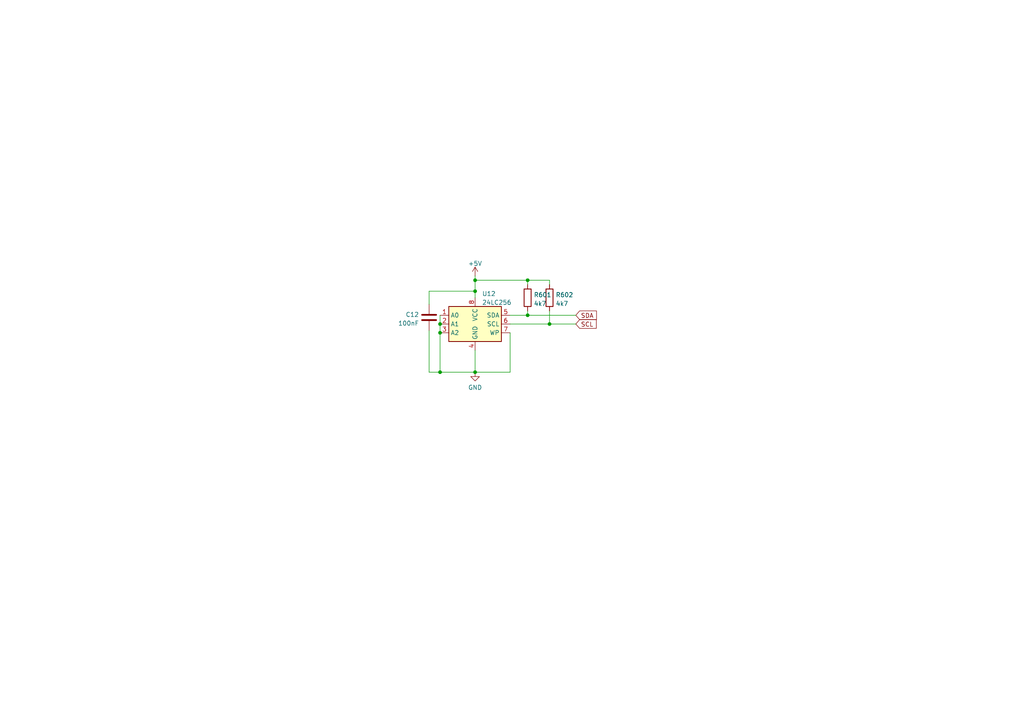
<source format=kicad_sch>
(kicad_sch (version 20211123) (generator eeschema)
  (paper "A4")
  (lib_symbols
    (symbol "Device:C" (pin_numbers hide) (pin_names (offset 0.254))
      (property "Reference" "C" (at 0.635 2.54 0))
      (property "Value" "C" (at 0.635 -2.54 0))
      (symbol "C_0_1"
        (polyline (pts (xy -2.032 -0.762) (xy 2.032 -0.762)) (stroke (width 0.508)))
        (polyline (pts (xy -2.032 0.762) (xy 2.032 0.762)) (stroke (width 0.508)))
      )
      (symbol "C_1_1"
        (pin passive line (at 0 3.81 270) (length 2.794) (name "~") (number "1"))
        (pin passive line (at 0 -3.81 90) (length 2.794) (name "~") (number "2"))
      )
    )
    (symbol "Device:R" (pin_numbers hide) (pin_names (offset 0))
      (property "Reference" "R" (at 2.032 0 90))
      (property "Value" "R" (at 0 0 90))
      (symbol "R_0_1"
        (rectangle (start -1.016 -2.54) (end 1.016 2.54) (stroke (width 0.254)))
      )
      (symbol "R_1_1"
        (pin passive line (at 0 3.81 270) (length 1.27) (name "~") (number "1"))
        (pin passive line (at 0 -3.81 90) (length 1.27) (name "~") (number "2"))
      )
    )
    (symbol "Memory_EEPROM:24LC256"
      (property "Reference" "U" (at -6.35 6.35 0))
      (property "Value" "24LC256" (at 1.27 6.35 0))
      (symbol "24LC256_1_1"
        (rectangle (start -7.62 5.08) (end 7.62 -5.08) (stroke (width 0.254)) (fill (type background)))
        (pin input line (at -10.16 2.54 0) (length 2.54) (name "A0") (number "1"))
        (pin input line (at -10.16 0 0) (length 2.54) (name "A1") (number "2"))
        (pin input line (at -10.16 -2.54 0) (length 2.54) (name "A2") (number "3"))
        (pin power_in line (at 0 -7.62 90) (length 2.54) (name "GND") (number "4"))
        (pin bidirectional line (at 10.16 2.54 180) (length 2.54) (name "SDA") (number "5"))
        (pin input line (at 10.16 0 180) (length 2.54) (name "SCL") (number "6"))
        (pin input line (at 10.16 -2.54 180) (length 2.54) (name "WP") (number "7"))
        (pin power_in line (at 0 7.62 270) (length 2.54) (name "VCC") (number "8"))
      )
    )
    (symbol "power:+5V" (power) (pin_names (offset 0))
      (property "Value" "+5V" (at 0 3.556 0))
      (symbol "+5V_0_1"
        (polyline (pts (xy -0.762 1.27) (xy 0 2.54)))
        (polyline (pts (xy 0 0) (xy 0 2.54)))
        (polyline (pts (xy 0 2.54) (xy 0.762 1.27)))
      )
      (symbol "+5V_1_1"
        (pin power_in line (at 0 0 90) (length 0) hide (name "+5V") (number "1"))
      )
    )
    (symbol "power:GND" (power) (pin_names (offset 0))
      (property "Value" "GND" (at 0 -3.81 0))
      (symbol "GND_0_1"
        (polyline (pts (xy 0 0) (xy 0 -1.27) (xy 1.27 -1.27) (xy 0 -2.54) (xy -1.27 -1.27) (xy 0 -1.27)))
      )
      (symbol "GND_1_1"
        (pin power_in line (at 0 0 270) (length 0) hide (name "GND") (number "1"))
      )
    )
  )
  (junction (at 137.795 84.455))
  (junction (at 127.635 96.52))
  (junction (at 127.635 93.98))
  (junction (at 153.035 91.44))
  (junction (at 153.035 81.28))
  (junction (at 137.795 107.95))
  (junction (at 137.795 81.28))
  (junction (at 127.635 107.95))
  (junction (at 159.385 93.98))
  (wire (pts (xy 124.46 88.265) (xy 124.46 84.455)))
  (wire (pts (xy 147.955 96.52) (xy 147.955 107.95)))
  (wire (pts (xy 137.795 80.01) (xy 137.795 81.28)))
  (wire (pts (xy 159.385 81.28) (xy 153.035 81.28)))
  (wire (pts (xy 147.955 91.44) (xy 153.035 91.44)))
  (wire (pts (xy 159.385 90.17) (xy 159.385 93.98)))
  (wire (pts (xy 153.035 81.28) (xy 153.035 82.55)))
  (wire (pts (xy 159.385 82.55) (xy 159.385 81.28)))
  (wire (pts (xy 127.635 93.98) (xy 127.635 96.52)))
  (wire (pts (xy 127.635 107.95) (xy 137.795 107.95)))
  (wire (pts (xy 147.955 93.98) (xy 159.385 93.98)))
  (wire (pts (xy 124.46 95.885) (xy 124.46 107.95)))
  (wire (pts (xy 137.795 101.6) (xy 137.795 107.95)))
  (wire (pts (xy 147.955 107.95) (xy 137.795 107.95)))
  (wire (pts (xy 137.795 84.455) (xy 137.795 86.36)))
  (wire (pts (xy 127.635 96.52) (xy 127.635 107.95)))
  (wire (pts (xy 127.635 91.44) (xy 127.635 93.98)))
  (wire (pts (xy 124.46 84.455) (xy 137.795 84.455)))
  (wire (pts (xy 124.46 107.95) (xy 127.635 107.95)))
  (wire (pts (xy 137.795 81.28) (xy 153.035 81.28)))
  (wire (pts (xy 159.385 93.98) (xy 167.005 93.98)))
  (wire (pts (xy 153.035 91.44) (xy 167.005 91.44)))
  (wire (pts (xy 153.035 90.17) (xy 153.035 91.44)))
  (wire (pts (xy 137.795 81.28) (xy 137.795 84.455)))
  (global_label "SDA" (shape input) (at 167.005 91.44 0) (property "Intersheet References" "${INTERSHEET_REFS}" (effects hide)))
  (global_label "SCL" (shape input) (at 167.005 93.98 0) (property "Intersheet References" "${INTERSHEET_REFS}" (effects hide)))
  (symbol (lib_id "Memory_EEPROM:24LC256") (at 137.795 93.98 0) (unit 1)
    (property "Reference" "U12" (at 139.8144 85.2002 0) (effects (justify left)))
    (property "Value" "24LC256" (at 139.8144 87.7371 0) (effects (justify left)))
    (property "Footprint" "Package_DIP:DIP-8_W7.62mm" (effects hide))
    (property "Datasheet" "http://ww1.microchip.com/downloads/en/devicedoc/21203m.pdf" (effects hide))
    (property "JLCPCB Part#" "C2987263" (effects hide))
  )
  (symbol (lib_id "power:GND") (at 137.795 107.95 0) (unit 1)
    (property "Reference" "#PWR0114" (effects hide))
    (property "Value" "GND" (at 137.795 112.3934 0))
  )
  (symbol (lib_id "Device:R") (at 153.035 86.36 0) (unit 1)
    (property "Reference" "R601" (at 154.813 85.5253 0) (effects (justify left)))
    (property "Value" "4k7" (at 154.813 88.0622 0) (effects (justify left)))
    (property "Footprint" "Resistor_SMD:R_0805_2012Metric_Pad1.20x1.40mm_HandSolder" (effects hide))
    (property "JLCPCB Part#" "C23162" (effects hide))
  )
  (symbol (lib_id "Device:R") (at 159.385 86.36 0) (unit 1)
    (property "Reference" "R602" (at 161.163 85.5253 0) (effects (justify left)))
    (property "Value" "4k7" (at 161.163 88.0622 0) (effects (justify left)))
    (property "Footprint" "Resistor_SMD:R_0805_2012Metric_Pad1.20x1.40mm_HandSolder" (effects hide))
    (property "JLCPCB Part#" "C23162" (effects hide))
  )
  (symbol (lib_id "Device:C") (at 124.46 92.075 0) (mirror x) (unit 1)
    (property "Reference" "C12" (at 121.539 91.2403 0) (effects (justify right)))
    (property "Value" "100nF" (at 121.539 93.7772 0) (effects (justify right)))
    (property "Footprint" "Capacitor_SMD:C_0805_2012Metric_Pad1.18x1.45mm_HandSolder" (effects hide))
    (property "JLCPCB Part#" "C14663" (effects hide))
  )
  (symbol (lib_id "power:+5V") (at 137.795 80.01 0) (unit 1)
    (property "Reference" "#PWR0113" (effects hide))
    (property "Value" "+5V" (at 137.795 76.4342 0))
  )
)
</source>
